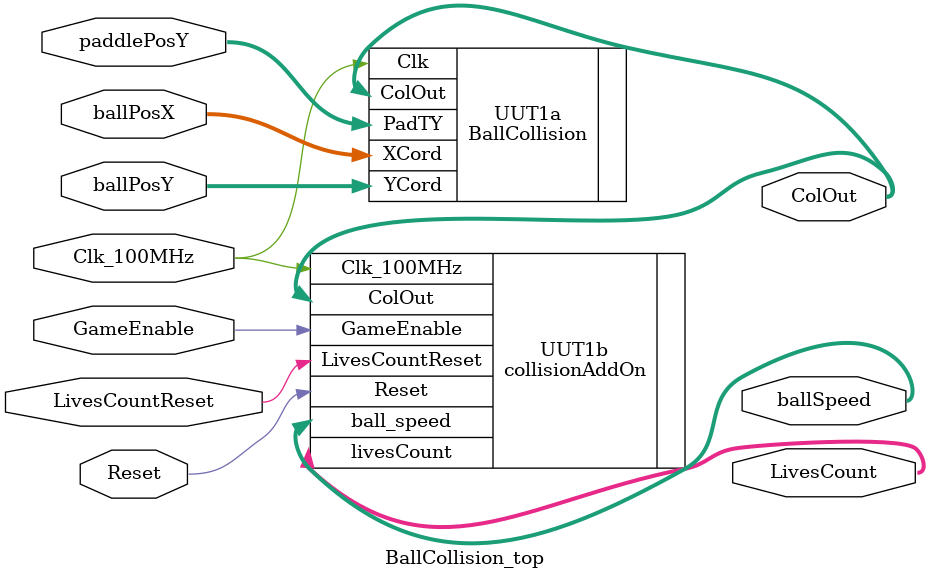
<source format=v>
`timescale 1ns / 1ps


module BallCollision_top(
    input       Clk_100MHz,
    input       Reset,
    
    input       GameEnable,
    input       LivesCountReset,
    
    input [9:0] paddlePosY,
    input [9:0] ballPosX,
    input [9:0] ballPosY,
    
    output [2:0] ColOut,
    output [9:0] ballSpeed,
    output [1:0] LivesCount
    );
    
    BallCollision UUT1a (
    .XCord(ballPosX),
    .YCord(ballPosY),
    .PadTY(paddlePosY),
    .Clk(Clk_100MHz),            
    .ColOut(ColOut)          
    );
    
    collisionAddOn UUT1b (
    .Clk_100MHz(Clk_100MHz),
    .Reset(Reset),
    .ColOut(ColOut),
    .GameEnable(GameEnable),
    .LivesCountReset(LivesCountReset),
    .ball_speed(ballSpeed),
    .livesCount(LivesCount)
    );
    
    
endmodule

</source>
